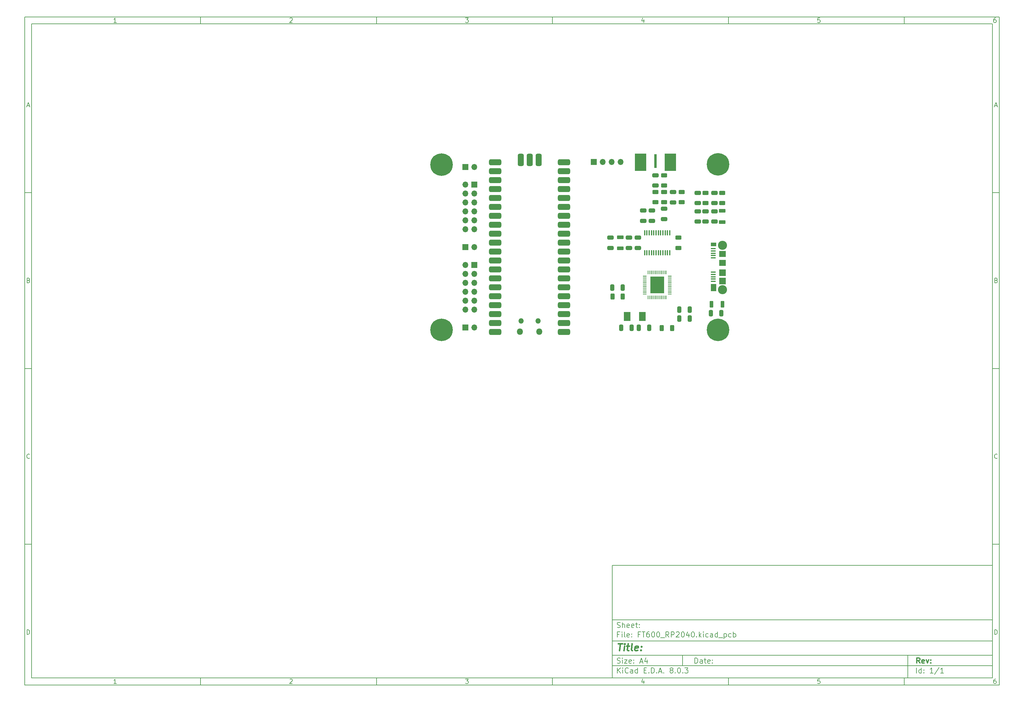
<source format=gbr>
%TF.GenerationSoftware,KiCad,Pcbnew,8.0.3-8.0.3-0~ubuntu22.04.1*%
%TF.CreationDate,2024-09-16T11:35:52+02:00*%
%TF.ProjectId,FT600_RP2040,46543630-305f-4525-9032-3034302e6b69,rev?*%
%TF.SameCoordinates,PX7735940PY61c06a0*%
%TF.FileFunction,Soldermask,Top*%
%TF.FilePolarity,Negative*%
%FSLAX46Y46*%
G04 Gerber Fmt 4.6, Leading zero omitted, Abs format (unit mm)*
G04 Created by KiCad (PCBNEW 8.0.3-8.0.3-0~ubuntu22.04.1) date 2024-09-16 11:35:52*
%MOMM*%
%LPD*%
G01*
G04 APERTURE LIST*
G04 Aperture macros list*
%AMRoundRect*
0 Rectangle with rounded corners*
0 $1 Rounding radius*
0 $2 $3 $4 $5 $6 $7 $8 $9 X,Y pos of 4 corners*
0 Add a 4 corners polygon primitive as box body*
4,1,4,$2,$3,$4,$5,$6,$7,$8,$9,$2,$3,0*
0 Add four circle primitives for the rounded corners*
1,1,$1+$1,$2,$3*
1,1,$1+$1,$4,$5*
1,1,$1+$1,$6,$7*
1,1,$1+$1,$8,$9*
0 Add four rect primitives between the rounded corners*
20,1,$1+$1,$2,$3,$4,$5,0*
20,1,$1+$1,$4,$5,$6,$7,0*
20,1,$1+$1,$6,$7,$8,$9,0*
20,1,$1+$1,$8,$9,$2,$3,0*%
G04 Aperture macros list end*
%ADD10C,0.100000*%
%ADD11C,0.150000*%
%ADD12C,0.300000*%
%ADD13C,0.400000*%
%ADD14RoundRect,0.250000X0.325000X0.650000X-0.325000X0.650000X-0.325000X-0.650000X0.325000X-0.650000X0*%
%ADD15R,1.350000X0.400000*%
%ADD16C,2.580000*%
%ADD17R,1.900000X1.900000*%
%ADD18R,1.900000X1.800000*%
%ADD19R,1.600000X1.000000*%
%ADD20R,1.600000X2.100000*%
%ADD21C,0.800000*%
%ADD22C,6.400000*%
%ADD23O,1.800000X1.800000*%
%ADD24O,1.500000X1.500000*%
%ADD25RoundRect,0.425000X1.325000X0.425000X-1.325000X0.425000X-1.325000X-0.425000X1.325000X-0.425000X0*%
%ADD26RoundRect,0.425000X-0.425000X1.325000X-0.425000X-1.325000X0.425000X-1.325000X0.425000X1.325000X0*%
%ADD27R,1.700000X1.700000*%
%ADD28O,1.700000X1.700000*%
%ADD29R,1.900000X2.600000*%
%ADD30RoundRect,0.250000X0.625000X-0.312500X0.625000X0.312500X-0.625000X0.312500X-0.625000X-0.312500X0*%
%ADD31RoundRect,0.250000X0.650000X-0.325000X0.650000X0.325000X-0.650000X0.325000X-0.650000X-0.325000X0*%
%ADD32R,0.700000X4.000000*%
%ADD33R,3.200000X4.900000*%
%ADD34RoundRect,0.250000X-0.275000X-0.700000X0.275000X-0.700000X0.275000X0.700000X-0.275000X0.700000X0*%
%ADD35RoundRect,0.250000X0.312500X0.625000X-0.312500X0.625000X-0.312500X-0.625000X0.312500X-0.625000X0*%
%ADD36RoundRect,0.250000X-0.325000X-0.650000X0.325000X-0.650000X0.325000X0.650000X-0.325000X0.650000X0*%
%ADD37RoundRect,0.100000X-0.100000X0.637500X-0.100000X-0.637500X0.100000X-0.637500X0.100000X0.637500X0*%
%ADD38RoundRect,0.250000X0.700000X-0.275000X0.700000X0.275000X-0.700000X0.275000X-0.700000X-0.275000X0*%
%ADD39RoundRect,0.250000X-0.625000X0.312500X-0.625000X-0.312500X0.625000X-0.312500X0.625000X0.312500X0*%
%ADD40RoundRect,0.250000X-0.650000X0.325000X-0.650000X-0.325000X0.650000X-0.325000X0.650000X0.325000X0*%
%ADD41RoundRect,0.050000X-0.450000X-0.050000X0.450000X-0.050000X0.450000X0.050000X-0.450000X0.050000X0*%
%ADD42RoundRect,0.050000X-0.050000X-0.450000X0.050000X-0.450000X0.050000X0.450000X-0.050000X0.450000X0*%
%ADD43R,3.900000X4.700000*%
%ADD44RoundRect,0.250000X-0.700000X0.275000X-0.700000X-0.275000X0.700000X-0.275000X0.700000X0.275000X0*%
G04 APERTURE END LIST*
D10*
D11*
X52002200Y-63507200D02*
X160002200Y-63507200D01*
X160002200Y-95507200D01*
X52002200Y-95507200D01*
X52002200Y-63507200D01*
D10*
D11*
X-115000000Y92500000D02*
X162002200Y92500000D01*
X162002200Y-97507200D01*
X-115000000Y-97507200D01*
X-115000000Y92500000D01*
D10*
D11*
X-113000000Y90500000D02*
X160002200Y90500000D01*
X160002200Y-95507200D01*
X-113000000Y-95507200D01*
X-113000000Y90500000D01*
D10*
D11*
X-65000000Y90500000D02*
X-65000000Y92500000D01*
D10*
D11*
X-15000000Y90500000D02*
X-15000000Y92500000D01*
D10*
D11*
X35000000Y90500000D02*
X35000000Y92500000D01*
D10*
D11*
X85000000Y90500000D02*
X85000000Y92500000D01*
D10*
D11*
X135000000Y90500000D02*
X135000000Y92500000D01*
D10*
D11*
X-88910840Y90906396D02*
X-89653697Y90906396D01*
X-89282269Y90906396D02*
X-89282269Y92206396D01*
X-89282269Y92206396D02*
X-89406078Y92020681D01*
X-89406078Y92020681D02*
X-89529888Y91896872D01*
X-89529888Y91896872D02*
X-89653697Y91834967D01*
D10*
D11*
X-39653697Y92082586D02*
X-39591793Y92144491D01*
X-39591793Y92144491D02*
X-39467983Y92206396D01*
X-39467983Y92206396D02*
X-39158459Y92206396D01*
X-39158459Y92206396D02*
X-39034650Y92144491D01*
X-39034650Y92144491D02*
X-38972745Y92082586D01*
X-38972745Y92082586D02*
X-38910840Y91958777D01*
X-38910840Y91958777D02*
X-38910840Y91834967D01*
X-38910840Y91834967D02*
X-38972745Y91649253D01*
X-38972745Y91649253D02*
X-39715602Y90906396D01*
X-39715602Y90906396D02*
X-38910840Y90906396D01*
D10*
D11*
X10284398Y92206396D02*
X11089160Y92206396D01*
X11089160Y92206396D02*
X10655826Y91711158D01*
X10655826Y91711158D02*
X10841541Y91711158D01*
X10841541Y91711158D02*
X10965350Y91649253D01*
X10965350Y91649253D02*
X11027255Y91587348D01*
X11027255Y91587348D02*
X11089160Y91463539D01*
X11089160Y91463539D02*
X11089160Y91154015D01*
X11089160Y91154015D02*
X11027255Y91030205D01*
X11027255Y91030205D02*
X10965350Y90968300D01*
X10965350Y90968300D02*
X10841541Y90906396D01*
X10841541Y90906396D02*
X10470112Y90906396D01*
X10470112Y90906396D02*
X10346303Y90968300D01*
X10346303Y90968300D02*
X10284398Y91030205D01*
D10*
D11*
X60965350Y91773062D02*
X60965350Y90906396D01*
X60655826Y92268300D02*
X60346303Y91339729D01*
X60346303Y91339729D02*
X61151064Y91339729D01*
D10*
D11*
X111027255Y92206396D02*
X110408207Y92206396D01*
X110408207Y92206396D02*
X110346303Y91587348D01*
X110346303Y91587348D02*
X110408207Y91649253D01*
X110408207Y91649253D02*
X110532017Y91711158D01*
X110532017Y91711158D02*
X110841541Y91711158D01*
X110841541Y91711158D02*
X110965350Y91649253D01*
X110965350Y91649253D02*
X111027255Y91587348D01*
X111027255Y91587348D02*
X111089160Y91463539D01*
X111089160Y91463539D02*
X111089160Y91154015D01*
X111089160Y91154015D02*
X111027255Y91030205D01*
X111027255Y91030205D02*
X110965350Y90968300D01*
X110965350Y90968300D02*
X110841541Y90906396D01*
X110841541Y90906396D02*
X110532017Y90906396D01*
X110532017Y90906396D02*
X110408207Y90968300D01*
X110408207Y90968300D02*
X110346303Y91030205D01*
D10*
D11*
X160965350Y92206396D02*
X160717731Y92206396D01*
X160717731Y92206396D02*
X160593922Y92144491D01*
X160593922Y92144491D02*
X160532017Y92082586D01*
X160532017Y92082586D02*
X160408207Y91896872D01*
X160408207Y91896872D02*
X160346303Y91649253D01*
X160346303Y91649253D02*
X160346303Y91154015D01*
X160346303Y91154015D02*
X160408207Y91030205D01*
X160408207Y91030205D02*
X160470112Y90968300D01*
X160470112Y90968300D02*
X160593922Y90906396D01*
X160593922Y90906396D02*
X160841541Y90906396D01*
X160841541Y90906396D02*
X160965350Y90968300D01*
X160965350Y90968300D02*
X161027255Y91030205D01*
X161027255Y91030205D02*
X161089160Y91154015D01*
X161089160Y91154015D02*
X161089160Y91463539D01*
X161089160Y91463539D02*
X161027255Y91587348D01*
X161027255Y91587348D02*
X160965350Y91649253D01*
X160965350Y91649253D02*
X160841541Y91711158D01*
X160841541Y91711158D02*
X160593922Y91711158D01*
X160593922Y91711158D02*
X160470112Y91649253D01*
X160470112Y91649253D02*
X160408207Y91587348D01*
X160408207Y91587348D02*
X160346303Y91463539D01*
D10*
D11*
X-65000000Y-95507200D02*
X-65000000Y-97507200D01*
D10*
D11*
X-15000000Y-95507200D02*
X-15000000Y-97507200D01*
D10*
D11*
X35000000Y-95507200D02*
X35000000Y-97507200D01*
D10*
D11*
X85000000Y-95507200D02*
X85000000Y-97507200D01*
D10*
D11*
X135000000Y-95507200D02*
X135000000Y-97507200D01*
D10*
D11*
X-88910840Y-97100804D02*
X-89653697Y-97100804D01*
X-89282269Y-97100804D02*
X-89282269Y-95800804D01*
X-89282269Y-95800804D02*
X-89406078Y-95986519D01*
X-89406078Y-95986519D02*
X-89529888Y-96110328D01*
X-89529888Y-96110328D02*
X-89653697Y-96172233D01*
D10*
D11*
X-39653697Y-95924614D02*
X-39591793Y-95862709D01*
X-39591793Y-95862709D02*
X-39467983Y-95800804D01*
X-39467983Y-95800804D02*
X-39158459Y-95800804D01*
X-39158459Y-95800804D02*
X-39034650Y-95862709D01*
X-39034650Y-95862709D02*
X-38972745Y-95924614D01*
X-38972745Y-95924614D02*
X-38910840Y-96048423D01*
X-38910840Y-96048423D02*
X-38910840Y-96172233D01*
X-38910840Y-96172233D02*
X-38972745Y-96357947D01*
X-38972745Y-96357947D02*
X-39715602Y-97100804D01*
X-39715602Y-97100804D02*
X-38910840Y-97100804D01*
D10*
D11*
X10284398Y-95800804D02*
X11089160Y-95800804D01*
X11089160Y-95800804D02*
X10655826Y-96296042D01*
X10655826Y-96296042D02*
X10841541Y-96296042D01*
X10841541Y-96296042D02*
X10965350Y-96357947D01*
X10965350Y-96357947D02*
X11027255Y-96419852D01*
X11027255Y-96419852D02*
X11089160Y-96543661D01*
X11089160Y-96543661D02*
X11089160Y-96853185D01*
X11089160Y-96853185D02*
X11027255Y-96976995D01*
X11027255Y-96976995D02*
X10965350Y-97038900D01*
X10965350Y-97038900D02*
X10841541Y-97100804D01*
X10841541Y-97100804D02*
X10470112Y-97100804D01*
X10470112Y-97100804D02*
X10346303Y-97038900D01*
X10346303Y-97038900D02*
X10284398Y-96976995D01*
D10*
D11*
X60965350Y-96234138D02*
X60965350Y-97100804D01*
X60655826Y-95738900D02*
X60346303Y-96667471D01*
X60346303Y-96667471D02*
X61151064Y-96667471D01*
D10*
D11*
X111027255Y-95800804D02*
X110408207Y-95800804D01*
X110408207Y-95800804D02*
X110346303Y-96419852D01*
X110346303Y-96419852D02*
X110408207Y-96357947D01*
X110408207Y-96357947D02*
X110532017Y-96296042D01*
X110532017Y-96296042D02*
X110841541Y-96296042D01*
X110841541Y-96296042D02*
X110965350Y-96357947D01*
X110965350Y-96357947D02*
X111027255Y-96419852D01*
X111027255Y-96419852D02*
X111089160Y-96543661D01*
X111089160Y-96543661D02*
X111089160Y-96853185D01*
X111089160Y-96853185D02*
X111027255Y-96976995D01*
X111027255Y-96976995D02*
X110965350Y-97038900D01*
X110965350Y-97038900D02*
X110841541Y-97100804D01*
X110841541Y-97100804D02*
X110532017Y-97100804D01*
X110532017Y-97100804D02*
X110408207Y-97038900D01*
X110408207Y-97038900D02*
X110346303Y-96976995D01*
D10*
D11*
X160965350Y-95800804D02*
X160717731Y-95800804D01*
X160717731Y-95800804D02*
X160593922Y-95862709D01*
X160593922Y-95862709D02*
X160532017Y-95924614D01*
X160532017Y-95924614D02*
X160408207Y-96110328D01*
X160408207Y-96110328D02*
X160346303Y-96357947D01*
X160346303Y-96357947D02*
X160346303Y-96853185D01*
X160346303Y-96853185D02*
X160408207Y-96976995D01*
X160408207Y-96976995D02*
X160470112Y-97038900D01*
X160470112Y-97038900D02*
X160593922Y-97100804D01*
X160593922Y-97100804D02*
X160841541Y-97100804D01*
X160841541Y-97100804D02*
X160965350Y-97038900D01*
X160965350Y-97038900D02*
X161027255Y-96976995D01*
X161027255Y-96976995D02*
X161089160Y-96853185D01*
X161089160Y-96853185D02*
X161089160Y-96543661D01*
X161089160Y-96543661D02*
X161027255Y-96419852D01*
X161027255Y-96419852D02*
X160965350Y-96357947D01*
X160965350Y-96357947D02*
X160841541Y-96296042D01*
X160841541Y-96296042D02*
X160593922Y-96296042D01*
X160593922Y-96296042D02*
X160470112Y-96357947D01*
X160470112Y-96357947D02*
X160408207Y-96419852D01*
X160408207Y-96419852D02*
X160346303Y-96543661D01*
D10*
D11*
X-115000000Y42500000D02*
X-113000000Y42500000D01*
D10*
D11*
X-115000000Y-7500000D02*
X-113000000Y-7500000D01*
D10*
D11*
X-115000000Y-57500000D02*
X-113000000Y-57500000D01*
D10*
D11*
X-114309524Y67277824D02*
X-113690477Y67277824D01*
X-114433334Y66906396D02*
X-114000001Y68206396D01*
X-114000001Y68206396D02*
X-113566667Y66906396D01*
D10*
D11*
X-113907143Y17587348D02*
X-113721429Y17525443D01*
X-113721429Y17525443D02*
X-113659524Y17463539D01*
X-113659524Y17463539D02*
X-113597620Y17339729D01*
X-113597620Y17339729D02*
X-113597620Y17154015D01*
X-113597620Y17154015D02*
X-113659524Y17030205D01*
X-113659524Y17030205D02*
X-113721429Y16968300D01*
X-113721429Y16968300D02*
X-113845239Y16906396D01*
X-113845239Y16906396D02*
X-114340477Y16906396D01*
X-114340477Y16906396D02*
X-114340477Y18206396D01*
X-114340477Y18206396D02*
X-113907143Y18206396D01*
X-113907143Y18206396D02*
X-113783334Y18144491D01*
X-113783334Y18144491D02*
X-113721429Y18082586D01*
X-113721429Y18082586D02*
X-113659524Y17958777D01*
X-113659524Y17958777D02*
X-113659524Y17834967D01*
X-113659524Y17834967D02*
X-113721429Y17711158D01*
X-113721429Y17711158D02*
X-113783334Y17649253D01*
X-113783334Y17649253D02*
X-113907143Y17587348D01*
X-113907143Y17587348D02*
X-114340477Y17587348D01*
D10*
D11*
X-113597620Y-32969795D02*
X-113659524Y-33031700D01*
X-113659524Y-33031700D02*
X-113845239Y-33093604D01*
X-113845239Y-33093604D02*
X-113969048Y-33093604D01*
X-113969048Y-33093604D02*
X-114154762Y-33031700D01*
X-114154762Y-33031700D02*
X-114278572Y-32907890D01*
X-114278572Y-32907890D02*
X-114340477Y-32784080D01*
X-114340477Y-32784080D02*
X-114402381Y-32536461D01*
X-114402381Y-32536461D02*
X-114402381Y-32350747D01*
X-114402381Y-32350747D02*
X-114340477Y-32103128D01*
X-114340477Y-32103128D02*
X-114278572Y-31979319D01*
X-114278572Y-31979319D02*
X-114154762Y-31855509D01*
X-114154762Y-31855509D02*
X-113969048Y-31793604D01*
X-113969048Y-31793604D02*
X-113845239Y-31793604D01*
X-113845239Y-31793604D02*
X-113659524Y-31855509D01*
X-113659524Y-31855509D02*
X-113597620Y-31917414D01*
D10*
D11*
X-114340477Y-83093604D02*
X-114340477Y-81793604D01*
X-114340477Y-81793604D02*
X-114030953Y-81793604D01*
X-114030953Y-81793604D02*
X-113845239Y-81855509D01*
X-113845239Y-81855509D02*
X-113721429Y-81979319D01*
X-113721429Y-81979319D02*
X-113659524Y-82103128D01*
X-113659524Y-82103128D02*
X-113597620Y-82350747D01*
X-113597620Y-82350747D02*
X-113597620Y-82536461D01*
X-113597620Y-82536461D02*
X-113659524Y-82784080D01*
X-113659524Y-82784080D02*
X-113721429Y-82907890D01*
X-113721429Y-82907890D02*
X-113845239Y-83031700D01*
X-113845239Y-83031700D02*
X-114030953Y-83093604D01*
X-114030953Y-83093604D02*
X-114340477Y-83093604D01*
D10*
D11*
X162002200Y42500000D02*
X160002200Y42500000D01*
D10*
D11*
X162002200Y-7500000D02*
X160002200Y-7500000D01*
D10*
D11*
X162002200Y-57500000D02*
X160002200Y-57500000D01*
D10*
D11*
X160692676Y67277824D02*
X161311723Y67277824D01*
X160568866Y66906396D02*
X161002199Y68206396D01*
X161002199Y68206396D02*
X161435533Y66906396D01*
D10*
D11*
X161095057Y17587348D02*
X161280771Y17525443D01*
X161280771Y17525443D02*
X161342676Y17463539D01*
X161342676Y17463539D02*
X161404580Y17339729D01*
X161404580Y17339729D02*
X161404580Y17154015D01*
X161404580Y17154015D02*
X161342676Y17030205D01*
X161342676Y17030205D02*
X161280771Y16968300D01*
X161280771Y16968300D02*
X161156961Y16906396D01*
X161156961Y16906396D02*
X160661723Y16906396D01*
X160661723Y16906396D02*
X160661723Y18206396D01*
X160661723Y18206396D02*
X161095057Y18206396D01*
X161095057Y18206396D02*
X161218866Y18144491D01*
X161218866Y18144491D02*
X161280771Y18082586D01*
X161280771Y18082586D02*
X161342676Y17958777D01*
X161342676Y17958777D02*
X161342676Y17834967D01*
X161342676Y17834967D02*
X161280771Y17711158D01*
X161280771Y17711158D02*
X161218866Y17649253D01*
X161218866Y17649253D02*
X161095057Y17587348D01*
X161095057Y17587348D02*
X160661723Y17587348D01*
D10*
D11*
X161404580Y-32969795D02*
X161342676Y-33031700D01*
X161342676Y-33031700D02*
X161156961Y-33093604D01*
X161156961Y-33093604D02*
X161033152Y-33093604D01*
X161033152Y-33093604D02*
X160847438Y-33031700D01*
X160847438Y-33031700D02*
X160723628Y-32907890D01*
X160723628Y-32907890D02*
X160661723Y-32784080D01*
X160661723Y-32784080D02*
X160599819Y-32536461D01*
X160599819Y-32536461D02*
X160599819Y-32350747D01*
X160599819Y-32350747D02*
X160661723Y-32103128D01*
X160661723Y-32103128D02*
X160723628Y-31979319D01*
X160723628Y-31979319D02*
X160847438Y-31855509D01*
X160847438Y-31855509D02*
X161033152Y-31793604D01*
X161033152Y-31793604D02*
X161156961Y-31793604D01*
X161156961Y-31793604D02*
X161342676Y-31855509D01*
X161342676Y-31855509D02*
X161404580Y-31917414D01*
D10*
D11*
X160661723Y-83093604D02*
X160661723Y-81793604D01*
X160661723Y-81793604D02*
X160971247Y-81793604D01*
X160971247Y-81793604D02*
X161156961Y-81855509D01*
X161156961Y-81855509D02*
X161280771Y-81979319D01*
X161280771Y-81979319D02*
X161342676Y-82103128D01*
X161342676Y-82103128D02*
X161404580Y-82350747D01*
X161404580Y-82350747D02*
X161404580Y-82536461D01*
X161404580Y-82536461D02*
X161342676Y-82784080D01*
X161342676Y-82784080D02*
X161280771Y-82907890D01*
X161280771Y-82907890D02*
X161156961Y-83031700D01*
X161156961Y-83031700D02*
X160971247Y-83093604D01*
X160971247Y-83093604D02*
X160661723Y-83093604D01*
D10*
D11*
X75458026Y-91293328D02*
X75458026Y-89793328D01*
X75458026Y-89793328D02*
X75815169Y-89793328D01*
X75815169Y-89793328D02*
X76029455Y-89864757D01*
X76029455Y-89864757D02*
X76172312Y-90007614D01*
X76172312Y-90007614D02*
X76243741Y-90150471D01*
X76243741Y-90150471D02*
X76315169Y-90436185D01*
X76315169Y-90436185D02*
X76315169Y-90650471D01*
X76315169Y-90650471D02*
X76243741Y-90936185D01*
X76243741Y-90936185D02*
X76172312Y-91079042D01*
X76172312Y-91079042D02*
X76029455Y-91221900D01*
X76029455Y-91221900D02*
X75815169Y-91293328D01*
X75815169Y-91293328D02*
X75458026Y-91293328D01*
X77600884Y-91293328D02*
X77600884Y-90507614D01*
X77600884Y-90507614D02*
X77529455Y-90364757D01*
X77529455Y-90364757D02*
X77386598Y-90293328D01*
X77386598Y-90293328D02*
X77100884Y-90293328D01*
X77100884Y-90293328D02*
X76958026Y-90364757D01*
X77600884Y-91221900D02*
X77458026Y-91293328D01*
X77458026Y-91293328D02*
X77100884Y-91293328D01*
X77100884Y-91293328D02*
X76958026Y-91221900D01*
X76958026Y-91221900D02*
X76886598Y-91079042D01*
X76886598Y-91079042D02*
X76886598Y-90936185D01*
X76886598Y-90936185D02*
X76958026Y-90793328D01*
X76958026Y-90793328D02*
X77100884Y-90721900D01*
X77100884Y-90721900D02*
X77458026Y-90721900D01*
X77458026Y-90721900D02*
X77600884Y-90650471D01*
X78100884Y-90293328D02*
X78672312Y-90293328D01*
X78315169Y-89793328D02*
X78315169Y-91079042D01*
X78315169Y-91079042D02*
X78386598Y-91221900D01*
X78386598Y-91221900D02*
X78529455Y-91293328D01*
X78529455Y-91293328D02*
X78672312Y-91293328D01*
X79743741Y-91221900D02*
X79600884Y-91293328D01*
X79600884Y-91293328D02*
X79315170Y-91293328D01*
X79315170Y-91293328D02*
X79172312Y-91221900D01*
X79172312Y-91221900D02*
X79100884Y-91079042D01*
X79100884Y-91079042D02*
X79100884Y-90507614D01*
X79100884Y-90507614D02*
X79172312Y-90364757D01*
X79172312Y-90364757D02*
X79315170Y-90293328D01*
X79315170Y-90293328D02*
X79600884Y-90293328D01*
X79600884Y-90293328D02*
X79743741Y-90364757D01*
X79743741Y-90364757D02*
X79815170Y-90507614D01*
X79815170Y-90507614D02*
X79815170Y-90650471D01*
X79815170Y-90650471D02*
X79100884Y-90793328D01*
X80458026Y-91150471D02*
X80529455Y-91221900D01*
X80529455Y-91221900D02*
X80458026Y-91293328D01*
X80458026Y-91293328D02*
X80386598Y-91221900D01*
X80386598Y-91221900D02*
X80458026Y-91150471D01*
X80458026Y-91150471D02*
X80458026Y-91293328D01*
X80458026Y-90364757D02*
X80529455Y-90436185D01*
X80529455Y-90436185D02*
X80458026Y-90507614D01*
X80458026Y-90507614D02*
X80386598Y-90436185D01*
X80386598Y-90436185D02*
X80458026Y-90364757D01*
X80458026Y-90364757D02*
X80458026Y-90507614D01*
D10*
D11*
X52002200Y-92007200D02*
X160002200Y-92007200D01*
D10*
D11*
X53458026Y-94093328D02*
X53458026Y-92593328D01*
X54315169Y-94093328D02*
X53672312Y-93236185D01*
X54315169Y-92593328D02*
X53458026Y-93450471D01*
X54958026Y-94093328D02*
X54958026Y-93093328D01*
X54958026Y-92593328D02*
X54886598Y-92664757D01*
X54886598Y-92664757D02*
X54958026Y-92736185D01*
X54958026Y-92736185D02*
X55029455Y-92664757D01*
X55029455Y-92664757D02*
X54958026Y-92593328D01*
X54958026Y-92593328D02*
X54958026Y-92736185D01*
X56529455Y-93950471D02*
X56458027Y-94021900D01*
X56458027Y-94021900D02*
X56243741Y-94093328D01*
X56243741Y-94093328D02*
X56100884Y-94093328D01*
X56100884Y-94093328D02*
X55886598Y-94021900D01*
X55886598Y-94021900D02*
X55743741Y-93879042D01*
X55743741Y-93879042D02*
X55672312Y-93736185D01*
X55672312Y-93736185D02*
X55600884Y-93450471D01*
X55600884Y-93450471D02*
X55600884Y-93236185D01*
X55600884Y-93236185D02*
X55672312Y-92950471D01*
X55672312Y-92950471D02*
X55743741Y-92807614D01*
X55743741Y-92807614D02*
X55886598Y-92664757D01*
X55886598Y-92664757D02*
X56100884Y-92593328D01*
X56100884Y-92593328D02*
X56243741Y-92593328D01*
X56243741Y-92593328D02*
X56458027Y-92664757D01*
X56458027Y-92664757D02*
X56529455Y-92736185D01*
X57815170Y-94093328D02*
X57815170Y-93307614D01*
X57815170Y-93307614D02*
X57743741Y-93164757D01*
X57743741Y-93164757D02*
X57600884Y-93093328D01*
X57600884Y-93093328D02*
X57315170Y-93093328D01*
X57315170Y-93093328D02*
X57172312Y-93164757D01*
X57815170Y-94021900D02*
X57672312Y-94093328D01*
X57672312Y-94093328D02*
X57315170Y-94093328D01*
X57315170Y-94093328D02*
X57172312Y-94021900D01*
X57172312Y-94021900D02*
X57100884Y-93879042D01*
X57100884Y-93879042D02*
X57100884Y-93736185D01*
X57100884Y-93736185D02*
X57172312Y-93593328D01*
X57172312Y-93593328D02*
X57315170Y-93521900D01*
X57315170Y-93521900D02*
X57672312Y-93521900D01*
X57672312Y-93521900D02*
X57815170Y-93450471D01*
X59172313Y-94093328D02*
X59172313Y-92593328D01*
X59172313Y-94021900D02*
X59029455Y-94093328D01*
X59029455Y-94093328D02*
X58743741Y-94093328D01*
X58743741Y-94093328D02*
X58600884Y-94021900D01*
X58600884Y-94021900D02*
X58529455Y-93950471D01*
X58529455Y-93950471D02*
X58458027Y-93807614D01*
X58458027Y-93807614D02*
X58458027Y-93379042D01*
X58458027Y-93379042D02*
X58529455Y-93236185D01*
X58529455Y-93236185D02*
X58600884Y-93164757D01*
X58600884Y-93164757D02*
X58743741Y-93093328D01*
X58743741Y-93093328D02*
X59029455Y-93093328D01*
X59029455Y-93093328D02*
X59172313Y-93164757D01*
X61029455Y-93307614D02*
X61529455Y-93307614D01*
X61743741Y-94093328D02*
X61029455Y-94093328D01*
X61029455Y-94093328D02*
X61029455Y-92593328D01*
X61029455Y-92593328D02*
X61743741Y-92593328D01*
X62386598Y-93950471D02*
X62458027Y-94021900D01*
X62458027Y-94021900D02*
X62386598Y-94093328D01*
X62386598Y-94093328D02*
X62315170Y-94021900D01*
X62315170Y-94021900D02*
X62386598Y-93950471D01*
X62386598Y-93950471D02*
X62386598Y-94093328D01*
X63100884Y-94093328D02*
X63100884Y-92593328D01*
X63100884Y-92593328D02*
X63458027Y-92593328D01*
X63458027Y-92593328D02*
X63672313Y-92664757D01*
X63672313Y-92664757D02*
X63815170Y-92807614D01*
X63815170Y-92807614D02*
X63886599Y-92950471D01*
X63886599Y-92950471D02*
X63958027Y-93236185D01*
X63958027Y-93236185D02*
X63958027Y-93450471D01*
X63958027Y-93450471D02*
X63886599Y-93736185D01*
X63886599Y-93736185D02*
X63815170Y-93879042D01*
X63815170Y-93879042D02*
X63672313Y-94021900D01*
X63672313Y-94021900D02*
X63458027Y-94093328D01*
X63458027Y-94093328D02*
X63100884Y-94093328D01*
X64600884Y-93950471D02*
X64672313Y-94021900D01*
X64672313Y-94021900D02*
X64600884Y-94093328D01*
X64600884Y-94093328D02*
X64529456Y-94021900D01*
X64529456Y-94021900D02*
X64600884Y-93950471D01*
X64600884Y-93950471D02*
X64600884Y-94093328D01*
X65243742Y-93664757D02*
X65958028Y-93664757D01*
X65100885Y-94093328D02*
X65600885Y-92593328D01*
X65600885Y-92593328D02*
X66100885Y-94093328D01*
X66600884Y-93950471D02*
X66672313Y-94021900D01*
X66672313Y-94021900D02*
X66600884Y-94093328D01*
X66600884Y-94093328D02*
X66529456Y-94021900D01*
X66529456Y-94021900D02*
X66600884Y-93950471D01*
X66600884Y-93950471D02*
X66600884Y-94093328D01*
X68672313Y-93236185D02*
X68529456Y-93164757D01*
X68529456Y-93164757D02*
X68458027Y-93093328D01*
X68458027Y-93093328D02*
X68386599Y-92950471D01*
X68386599Y-92950471D02*
X68386599Y-92879042D01*
X68386599Y-92879042D02*
X68458027Y-92736185D01*
X68458027Y-92736185D02*
X68529456Y-92664757D01*
X68529456Y-92664757D02*
X68672313Y-92593328D01*
X68672313Y-92593328D02*
X68958027Y-92593328D01*
X68958027Y-92593328D02*
X69100885Y-92664757D01*
X69100885Y-92664757D02*
X69172313Y-92736185D01*
X69172313Y-92736185D02*
X69243742Y-92879042D01*
X69243742Y-92879042D02*
X69243742Y-92950471D01*
X69243742Y-92950471D02*
X69172313Y-93093328D01*
X69172313Y-93093328D02*
X69100885Y-93164757D01*
X69100885Y-93164757D02*
X68958027Y-93236185D01*
X68958027Y-93236185D02*
X68672313Y-93236185D01*
X68672313Y-93236185D02*
X68529456Y-93307614D01*
X68529456Y-93307614D02*
X68458027Y-93379042D01*
X68458027Y-93379042D02*
X68386599Y-93521900D01*
X68386599Y-93521900D02*
X68386599Y-93807614D01*
X68386599Y-93807614D02*
X68458027Y-93950471D01*
X68458027Y-93950471D02*
X68529456Y-94021900D01*
X68529456Y-94021900D02*
X68672313Y-94093328D01*
X68672313Y-94093328D02*
X68958027Y-94093328D01*
X68958027Y-94093328D02*
X69100885Y-94021900D01*
X69100885Y-94021900D02*
X69172313Y-93950471D01*
X69172313Y-93950471D02*
X69243742Y-93807614D01*
X69243742Y-93807614D02*
X69243742Y-93521900D01*
X69243742Y-93521900D02*
X69172313Y-93379042D01*
X69172313Y-93379042D02*
X69100885Y-93307614D01*
X69100885Y-93307614D02*
X68958027Y-93236185D01*
X69886598Y-93950471D02*
X69958027Y-94021900D01*
X69958027Y-94021900D02*
X69886598Y-94093328D01*
X69886598Y-94093328D02*
X69815170Y-94021900D01*
X69815170Y-94021900D02*
X69886598Y-93950471D01*
X69886598Y-93950471D02*
X69886598Y-94093328D01*
X70886599Y-92593328D02*
X71029456Y-92593328D01*
X71029456Y-92593328D02*
X71172313Y-92664757D01*
X71172313Y-92664757D02*
X71243742Y-92736185D01*
X71243742Y-92736185D02*
X71315170Y-92879042D01*
X71315170Y-92879042D02*
X71386599Y-93164757D01*
X71386599Y-93164757D02*
X71386599Y-93521900D01*
X71386599Y-93521900D02*
X71315170Y-93807614D01*
X71315170Y-93807614D02*
X71243742Y-93950471D01*
X71243742Y-93950471D02*
X71172313Y-94021900D01*
X71172313Y-94021900D02*
X71029456Y-94093328D01*
X71029456Y-94093328D02*
X70886599Y-94093328D01*
X70886599Y-94093328D02*
X70743742Y-94021900D01*
X70743742Y-94021900D02*
X70672313Y-93950471D01*
X70672313Y-93950471D02*
X70600884Y-93807614D01*
X70600884Y-93807614D02*
X70529456Y-93521900D01*
X70529456Y-93521900D02*
X70529456Y-93164757D01*
X70529456Y-93164757D02*
X70600884Y-92879042D01*
X70600884Y-92879042D02*
X70672313Y-92736185D01*
X70672313Y-92736185D02*
X70743742Y-92664757D01*
X70743742Y-92664757D02*
X70886599Y-92593328D01*
X72029455Y-93950471D02*
X72100884Y-94021900D01*
X72100884Y-94021900D02*
X72029455Y-94093328D01*
X72029455Y-94093328D02*
X71958027Y-94021900D01*
X71958027Y-94021900D02*
X72029455Y-93950471D01*
X72029455Y-93950471D02*
X72029455Y-94093328D01*
X72600884Y-92593328D02*
X73529456Y-92593328D01*
X73529456Y-92593328D02*
X73029456Y-93164757D01*
X73029456Y-93164757D02*
X73243741Y-93164757D01*
X73243741Y-93164757D02*
X73386599Y-93236185D01*
X73386599Y-93236185D02*
X73458027Y-93307614D01*
X73458027Y-93307614D02*
X73529456Y-93450471D01*
X73529456Y-93450471D02*
X73529456Y-93807614D01*
X73529456Y-93807614D02*
X73458027Y-93950471D01*
X73458027Y-93950471D02*
X73386599Y-94021900D01*
X73386599Y-94021900D02*
X73243741Y-94093328D01*
X73243741Y-94093328D02*
X72815170Y-94093328D01*
X72815170Y-94093328D02*
X72672313Y-94021900D01*
X72672313Y-94021900D02*
X72600884Y-93950471D01*
D10*
D11*
X52002200Y-89007200D02*
X160002200Y-89007200D01*
D10*
D12*
X139413853Y-91285528D02*
X138913853Y-90571242D01*
X138556710Y-91285528D02*
X138556710Y-89785528D01*
X138556710Y-89785528D02*
X139128139Y-89785528D01*
X139128139Y-89785528D02*
X139270996Y-89856957D01*
X139270996Y-89856957D02*
X139342425Y-89928385D01*
X139342425Y-89928385D02*
X139413853Y-90071242D01*
X139413853Y-90071242D02*
X139413853Y-90285528D01*
X139413853Y-90285528D02*
X139342425Y-90428385D01*
X139342425Y-90428385D02*
X139270996Y-90499814D01*
X139270996Y-90499814D02*
X139128139Y-90571242D01*
X139128139Y-90571242D02*
X138556710Y-90571242D01*
X140628139Y-91214100D02*
X140485282Y-91285528D01*
X140485282Y-91285528D02*
X140199568Y-91285528D01*
X140199568Y-91285528D02*
X140056710Y-91214100D01*
X140056710Y-91214100D02*
X139985282Y-91071242D01*
X139985282Y-91071242D02*
X139985282Y-90499814D01*
X139985282Y-90499814D02*
X140056710Y-90356957D01*
X140056710Y-90356957D02*
X140199568Y-90285528D01*
X140199568Y-90285528D02*
X140485282Y-90285528D01*
X140485282Y-90285528D02*
X140628139Y-90356957D01*
X140628139Y-90356957D02*
X140699568Y-90499814D01*
X140699568Y-90499814D02*
X140699568Y-90642671D01*
X140699568Y-90642671D02*
X139985282Y-90785528D01*
X141199567Y-90285528D02*
X141556710Y-91285528D01*
X141556710Y-91285528D02*
X141913853Y-90285528D01*
X142485281Y-91142671D02*
X142556710Y-91214100D01*
X142556710Y-91214100D02*
X142485281Y-91285528D01*
X142485281Y-91285528D02*
X142413853Y-91214100D01*
X142413853Y-91214100D02*
X142485281Y-91142671D01*
X142485281Y-91142671D02*
X142485281Y-91285528D01*
X142485281Y-90356957D02*
X142556710Y-90428385D01*
X142556710Y-90428385D02*
X142485281Y-90499814D01*
X142485281Y-90499814D02*
X142413853Y-90428385D01*
X142413853Y-90428385D02*
X142485281Y-90356957D01*
X142485281Y-90356957D02*
X142485281Y-90499814D01*
D10*
D11*
X53386598Y-91221900D02*
X53600884Y-91293328D01*
X53600884Y-91293328D02*
X53958026Y-91293328D01*
X53958026Y-91293328D02*
X54100884Y-91221900D01*
X54100884Y-91221900D02*
X54172312Y-91150471D01*
X54172312Y-91150471D02*
X54243741Y-91007614D01*
X54243741Y-91007614D02*
X54243741Y-90864757D01*
X54243741Y-90864757D02*
X54172312Y-90721900D01*
X54172312Y-90721900D02*
X54100884Y-90650471D01*
X54100884Y-90650471D02*
X53958026Y-90579042D01*
X53958026Y-90579042D02*
X53672312Y-90507614D01*
X53672312Y-90507614D02*
X53529455Y-90436185D01*
X53529455Y-90436185D02*
X53458026Y-90364757D01*
X53458026Y-90364757D02*
X53386598Y-90221900D01*
X53386598Y-90221900D02*
X53386598Y-90079042D01*
X53386598Y-90079042D02*
X53458026Y-89936185D01*
X53458026Y-89936185D02*
X53529455Y-89864757D01*
X53529455Y-89864757D02*
X53672312Y-89793328D01*
X53672312Y-89793328D02*
X54029455Y-89793328D01*
X54029455Y-89793328D02*
X54243741Y-89864757D01*
X54886597Y-91293328D02*
X54886597Y-90293328D01*
X54886597Y-89793328D02*
X54815169Y-89864757D01*
X54815169Y-89864757D02*
X54886597Y-89936185D01*
X54886597Y-89936185D02*
X54958026Y-89864757D01*
X54958026Y-89864757D02*
X54886597Y-89793328D01*
X54886597Y-89793328D02*
X54886597Y-89936185D01*
X55458026Y-90293328D02*
X56243741Y-90293328D01*
X56243741Y-90293328D02*
X55458026Y-91293328D01*
X55458026Y-91293328D02*
X56243741Y-91293328D01*
X57386598Y-91221900D02*
X57243741Y-91293328D01*
X57243741Y-91293328D02*
X56958027Y-91293328D01*
X56958027Y-91293328D02*
X56815169Y-91221900D01*
X56815169Y-91221900D02*
X56743741Y-91079042D01*
X56743741Y-91079042D02*
X56743741Y-90507614D01*
X56743741Y-90507614D02*
X56815169Y-90364757D01*
X56815169Y-90364757D02*
X56958027Y-90293328D01*
X56958027Y-90293328D02*
X57243741Y-90293328D01*
X57243741Y-90293328D02*
X57386598Y-90364757D01*
X57386598Y-90364757D02*
X57458027Y-90507614D01*
X57458027Y-90507614D02*
X57458027Y-90650471D01*
X57458027Y-90650471D02*
X56743741Y-90793328D01*
X58100883Y-91150471D02*
X58172312Y-91221900D01*
X58172312Y-91221900D02*
X58100883Y-91293328D01*
X58100883Y-91293328D02*
X58029455Y-91221900D01*
X58029455Y-91221900D02*
X58100883Y-91150471D01*
X58100883Y-91150471D02*
X58100883Y-91293328D01*
X58100883Y-90364757D02*
X58172312Y-90436185D01*
X58172312Y-90436185D02*
X58100883Y-90507614D01*
X58100883Y-90507614D02*
X58029455Y-90436185D01*
X58029455Y-90436185D02*
X58100883Y-90364757D01*
X58100883Y-90364757D02*
X58100883Y-90507614D01*
X59886598Y-90864757D02*
X60600884Y-90864757D01*
X59743741Y-91293328D02*
X60243741Y-89793328D01*
X60243741Y-89793328D02*
X60743741Y-91293328D01*
X61886598Y-90293328D02*
X61886598Y-91293328D01*
X61529455Y-89721900D02*
X61172312Y-90793328D01*
X61172312Y-90793328D02*
X62100883Y-90793328D01*
D10*
D11*
X138458026Y-94093328D02*
X138458026Y-92593328D01*
X139815170Y-94093328D02*
X139815170Y-92593328D01*
X139815170Y-94021900D02*
X139672312Y-94093328D01*
X139672312Y-94093328D02*
X139386598Y-94093328D01*
X139386598Y-94093328D02*
X139243741Y-94021900D01*
X139243741Y-94021900D02*
X139172312Y-93950471D01*
X139172312Y-93950471D02*
X139100884Y-93807614D01*
X139100884Y-93807614D02*
X139100884Y-93379042D01*
X139100884Y-93379042D02*
X139172312Y-93236185D01*
X139172312Y-93236185D02*
X139243741Y-93164757D01*
X139243741Y-93164757D02*
X139386598Y-93093328D01*
X139386598Y-93093328D02*
X139672312Y-93093328D01*
X139672312Y-93093328D02*
X139815170Y-93164757D01*
X140529455Y-93950471D02*
X140600884Y-94021900D01*
X140600884Y-94021900D02*
X140529455Y-94093328D01*
X140529455Y-94093328D02*
X140458027Y-94021900D01*
X140458027Y-94021900D02*
X140529455Y-93950471D01*
X140529455Y-93950471D02*
X140529455Y-94093328D01*
X140529455Y-93164757D02*
X140600884Y-93236185D01*
X140600884Y-93236185D02*
X140529455Y-93307614D01*
X140529455Y-93307614D02*
X140458027Y-93236185D01*
X140458027Y-93236185D02*
X140529455Y-93164757D01*
X140529455Y-93164757D02*
X140529455Y-93307614D01*
X143172313Y-94093328D02*
X142315170Y-94093328D01*
X142743741Y-94093328D02*
X142743741Y-92593328D01*
X142743741Y-92593328D02*
X142600884Y-92807614D01*
X142600884Y-92807614D02*
X142458027Y-92950471D01*
X142458027Y-92950471D02*
X142315170Y-93021900D01*
X144886598Y-92521900D02*
X143600884Y-94450471D01*
X146172313Y-94093328D02*
X145315170Y-94093328D01*
X145743741Y-94093328D02*
X145743741Y-92593328D01*
X145743741Y-92593328D02*
X145600884Y-92807614D01*
X145600884Y-92807614D02*
X145458027Y-92950471D01*
X145458027Y-92950471D02*
X145315170Y-93021900D01*
D10*
D11*
X52002200Y-85007200D02*
X160002200Y-85007200D01*
D10*
D13*
X53693928Y-85711638D02*
X54836785Y-85711638D01*
X54015357Y-87711638D02*
X54265357Y-85711638D01*
X55253452Y-87711638D02*
X55420119Y-86378304D01*
X55503452Y-85711638D02*
X55396309Y-85806876D01*
X55396309Y-85806876D02*
X55479643Y-85902114D01*
X55479643Y-85902114D02*
X55586786Y-85806876D01*
X55586786Y-85806876D02*
X55503452Y-85711638D01*
X55503452Y-85711638D02*
X55479643Y-85902114D01*
X56086786Y-86378304D02*
X56848690Y-86378304D01*
X56455833Y-85711638D02*
X56241548Y-87425923D01*
X56241548Y-87425923D02*
X56312976Y-87616400D01*
X56312976Y-87616400D02*
X56491548Y-87711638D01*
X56491548Y-87711638D02*
X56682024Y-87711638D01*
X57634405Y-87711638D02*
X57455833Y-87616400D01*
X57455833Y-87616400D02*
X57384405Y-87425923D01*
X57384405Y-87425923D02*
X57598690Y-85711638D01*
X59170119Y-87616400D02*
X58967738Y-87711638D01*
X58967738Y-87711638D02*
X58586785Y-87711638D01*
X58586785Y-87711638D02*
X58408214Y-87616400D01*
X58408214Y-87616400D02*
X58336785Y-87425923D01*
X58336785Y-87425923D02*
X58432024Y-86664019D01*
X58432024Y-86664019D02*
X58551071Y-86473542D01*
X58551071Y-86473542D02*
X58753452Y-86378304D01*
X58753452Y-86378304D02*
X59134404Y-86378304D01*
X59134404Y-86378304D02*
X59312976Y-86473542D01*
X59312976Y-86473542D02*
X59384404Y-86664019D01*
X59384404Y-86664019D02*
X59360595Y-86854495D01*
X59360595Y-86854495D02*
X58384404Y-87044971D01*
X60134405Y-87521161D02*
X60217738Y-87616400D01*
X60217738Y-87616400D02*
X60110595Y-87711638D01*
X60110595Y-87711638D02*
X60027262Y-87616400D01*
X60027262Y-87616400D02*
X60134405Y-87521161D01*
X60134405Y-87521161D02*
X60110595Y-87711638D01*
X60265357Y-86473542D02*
X60348690Y-86568780D01*
X60348690Y-86568780D02*
X60241548Y-86664019D01*
X60241548Y-86664019D02*
X60158214Y-86568780D01*
X60158214Y-86568780D02*
X60265357Y-86473542D01*
X60265357Y-86473542D02*
X60241548Y-86664019D01*
D10*
D11*
X53958026Y-83107614D02*
X53458026Y-83107614D01*
X53458026Y-83893328D02*
X53458026Y-82393328D01*
X53458026Y-82393328D02*
X54172312Y-82393328D01*
X54743740Y-83893328D02*
X54743740Y-82893328D01*
X54743740Y-82393328D02*
X54672312Y-82464757D01*
X54672312Y-82464757D02*
X54743740Y-82536185D01*
X54743740Y-82536185D02*
X54815169Y-82464757D01*
X54815169Y-82464757D02*
X54743740Y-82393328D01*
X54743740Y-82393328D02*
X54743740Y-82536185D01*
X55672312Y-83893328D02*
X55529455Y-83821900D01*
X55529455Y-83821900D02*
X55458026Y-83679042D01*
X55458026Y-83679042D02*
X55458026Y-82393328D01*
X56815169Y-83821900D02*
X56672312Y-83893328D01*
X56672312Y-83893328D02*
X56386598Y-83893328D01*
X56386598Y-83893328D02*
X56243740Y-83821900D01*
X56243740Y-83821900D02*
X56172312Y-83679042D01*
X56172312Y-83679042D02*
X56172312Y-83107614D01*
X56172312Y-83107614D02*
X56243740Y-82964757D01*
X56243740Y-82964757D02*
X56386598Y-82893328D01*
X56386598Y-82893328D02*
X56672312Y-82893328D01*
X56672312Y-82893328D02*
X56815169Y-82964757D01*
X56815169Y-82964757D02*
X56886598Y-83107614D01*
X56886598Y-83107614D02*
X56886598Y-83250471D01*
X56886598Y-83250471D02*
X56172312Y-83393328D01*
X57529454Y-83750471D02*
X57600883Y-83821900D01*
X57600883Y-83821900D02*
X57529454Y-83893328D01*
X57529454Y-83893328D02*
X57458026Y-83821900D01*
X57458026Y-83821900D02*
X57529454Y-83750471D01*
X57529454Y-83750471D02*
X57529454Y-83893328D01*
X57529454Y-82964757D02*
X57600883Y-83036185D01*
X57600883Y-83036185D02*
X57529454Y-83107614D01*
X57529454Y-83107614D02*
X57458026Y-83036185D01*
X57458026Y-83036185D02*
X57529454Y-82964757D01*
X57529454Y-82964757D02*
X57529454Y-83107614D01*
X59886597Y-83107614D02*
X59386597Y-83107614D01*
X59386597Y-83893328D02*
X59386597Y-82393328D01*
X59386597Y-82393328D02*
X60100883Y-82393328D01*
X60458026Y-82393328D02*
X61315169Y-82393328D01*
X60886597Y-83893328D02*
X60886597Y-82393328D01*
X62458026Y-82393328D02*
X62172311Y-82393328D01*
X62172311Y-82393328D02*
X62029454Y-82464757D01*
X62029454Y-82464757D02*
X61958026Y-82536185D01*
X61958026Y-82536185D02*
X61815168Y-82750471D01*
X61815168Y-82750471D02*
X61743740Y-83036185D01*
X61743740Y-83036185D02*
X61743740Y-83607614D01*
X61743740Y-83607614D02*
X61815168Y-83750471D01*
X61815168Y-83750471D02*
X61886597Y-83821900D01*
X61886597Y-83821900D02*
X62029454Y-83893328D01*
X62029454Y-83893328D02*
X62315168Y-83893328D01*
X62315168Y-83893328D02*
X62458026Y-83821900D01*
X62458026Y-83821900D02*
X62529454Y-83750471D01*
X62529454Y-83750471D02*
X62600883Y-83607614D01*
X62600883Y-83607614D02*
X62600883Y-83250471D01*
X62600883Y-83250471D02*
X62529454Y-83107614D01*
X62529454Y-83107614D02*
X62458026Y-83036185D01*
X62458026Y-83036185D02*
X62315168Y-82964757D01*
X62315168Y-82964757D02*
X62029454Y-82964757D01*
X62029454Y-82964757D02*
X61886597Y-83036185D01*
X61886597Y-83036185D02*
X61815168Y-83107614D01*
X61815168Y-83107614D02*
X61743740Y-83250471D01*
X63529454Y-82393328D02*
X63672311Y-82393328D01*
X63672311Y-82393328D02*
X63815168Y-82464757D01*
X63815168Y-82464757D02*
X63886597Y-82536185D01*
X63886597Y-82536185D02*
X63958025Y-82679042D01*
X63958025Y-82679042D02*
X64029454Y-82964757D01*
X64029454Y-82964757D02*
X64029454Y-83321900D01*
X64029454Y-83321900D02*
X63958025Y-83607614D01*
X63958025Y-83607614D02*
X63886597Y-83750471D01*
X63886597Y-83750471D02*
X63815168Y-83821900D01*
X63815168Y-83821900D02*
X63672311Y-83893328D01*
X63672311Y-83893328D02*
X63529454Y-83893328D01*
X63529454Y-83893328D02*
X63386597Y-83821900D01*
X63386597Y-83821900D02*
X63315168Y-83750471D01*
X63315168Y-83750471D02*
X63243739Y-83607614D01*
X63243739Y-83607614D02*
X63172311Y-83321900D01*
X63172311Y-83321900D02*
X63172311Y-82964757D01*
X63172311Y-82964757D02*
X63243739Y-82679042D01*
X63243739Y-82679042D02*
X63315168Y-82536185D01*
X63315168Y-82536185D02*
X63386597Y-82464757D01*
X63386597Y-82464757D02*
X63529454Y-82393328D01*
X64958025Y-82393328D02*
X65100882Y-82393328D01*
X65100882Y-82393328D02*
X65243739Y-82464757D01*
X65243739Y-82464757D02*
X65315168Y-82536185D01*
X65315168Y-82536185D02*
X65386596Y-82679042D01*
X65386596Y-82679042D02*
X65458025Y-82964757D01*
X65458025Y-82964757D02*
X65458025Y-83321900D01*
X65458025Y-83321900D02*
X65386596Y-83607614D01*
X65386596Y-83607614D02*
X65315168Y-83750471D01*
X65315168Y-83750471D02*
X65243739Y-83821900D01*
X65243739Y-83821900D02*
X65100882Y-83893328D01*
X65100882Y-83893328D02*
X64958025Y-83893328D01*
X64958025Y-83893328D02*
X64815168Y-83821900D01*
X64815168Y-83821900D02*
X64743739Y-83750471D01*
X64743739Y-83750471D02*
X64672310Y-83607614D01*
X64672310Y-83607614D02*
X64600882Y-83321900D01*
X64600882Y-83321900D02*
X64600882Y-82964757D01*
X64600882Y-82964757D02*
X64672310Y-82679042D01*
X64672310Y-82679042D02*
X64743739Y-82536185D01*
X64743739Y-82536185D02*
X64815168Y-82464757D01*
X64815168Y-82464757D02*
X64958025Y-82393328D01*
X65743739Y-84036185D02*
X66886596Y-84036185D01*
X68100881Y-83893328D02*
X67600881Y-83179042D01*
X67243738Y-83893328D02*
X67243738Y-82393328D01*
X67243738Y-82393328D02*
X67815167Y-82393328D01*
X67815167Y-82393328D02*
X67958024Y-82464757D01*
X67958024Y-82464757D02*
X68029453Y-82536185D01*
X68029453Y-82536185D02*
X68100881Y-82679042D01*
X68100881Y-82679042D02*
X68100881Y-82893328D01*
X68100881Y-82893328D02*
X68029453Y-83036185D01*
X68029453Y-83036185D02*
X67958024Y-83107614D01*
X67958024Y-83107614D02*
X67815167Y-83179042D01*
X67815167Y-83179042D02*
X67243738Y-83179042D01*
X68743738Y-83893328D02*
X68743738Y-82393328D01*
X68743738Y-82393328D02*
X69315167Y-82393328D01*
X69315167Y-82393328D02*
X69458024Y-82464757D01*
X69458024Y-82464757D02*
X69529453Y-82536185D01*
X69529453Y-82536185D02*
X69600881Y-82679042D01*
X69600881Y-82679042D02*
X69600881Y-82893328D01*
X69600881Y-82893328D02*
X69529453Y-83036185D01*
X69529453Y-83036185D02*
X69458024Y-83107614D01*
X69458024Y-83107614D02*
X69315167Y-83179042D01*
X69315167Y-83179042D02*
X68743738Y-83179042D01*
X70172310Y-82536185D02*
X70243738Y-82464757D01*
X70243738Y-82464757D02*
X70386596Y-82393328D01*
X70386596Y-82393328D02*
X70743738Y-82393328D01*
X70743738Y-82393328D02*
X70886596Y-82464757D01*
X70886596Y-82464757D02*
X70958024Y-82536185D01*
X70958024Y-82536185D02*
X71029453Y-82679042D01*
X71029453Y-82679042D02*
X71029453Y-82821900D01*
X71029453Y-82821900D02*
X70958024Y-83036185D01*
X70958024Y-83036185D02*
X70100881Y-83893328D01*
X70100881Y-83893328D02*
X71029453Y-83893328D01*
X71958024Y-82393328D02*
X72100881Y-82393328D01*
X72100881Y-82393328D02*
X72243738Y-82464757D01*
X72243738Y-82464757D02*
X72315167Y-82536185D01*
X72315167Y-82536185D02*
X72386595Y-82679042D01*
X72386595Y-82679042D02*
X72458024Y-82964757D01*
X72458024Y-82964757D02*
X72458024Y-83321900D01*
X72458024Y-83321900D02*
X72386595Y-83607614D01*
X72386595Y-83607614D02*
X72315167Y-83750471D01*
X72315167Y-83750471D02*
X72243738Y-83821900D01*
X72243738Y-83821900D02*
X72100881Y-83893328D01*
X72100881Y-83893328D02*
X71958024Y-83893328D01*
X71958024Y-83893328D02*
X71815167Y-83821900D01*
X71815167Y-83821900D02*
X71743738Y-83750471D01*
X71743738Y-83750471D02*
X71672309Y-83607614D01*
X71672309Y-83607614D02*
X71600881Y-83321900D01*
X71600881Y-83321900D02*
X71600881Y-82964757D01*
X71600881Y-82964757D02*
X71672309Y-82679042D01*
X71672309Y-82679042D02*
X71743738Y-82536185D01*
X71743738Y-82536185D02*
X71815167Y-82464757D01*
X71815167Y-82464757D02*
X71958024Y-82393328D01*
X73743738Y-82893328D02*
X73743738Y-83893328D01*
X73386595Y-82321900D02*
X73029452Y-83393328D01*
X73029452Y-83393328D02*
X73958023Y-83393328D01*
X74815166Y-82393328D02*
X74958023Y-82393328D01*
X74958023Y-82393328D02*
X75100880Y-82464757D01*
X75100880Y-82464757D02*
X75172309Y-82536185D01*
X75172309Y-82536185D02*
X75243737Y-82679042D01*
X75243737Y-82679042D02*
X75315166Y-82964757D01*
X75315166Y-82964757D02*
X75315166Y-83321900D01*
X75315166Y-83321900D02*
X75243737Y-83607614D01*
X75243737Y-83607614D02*
X75172309Y-83750471D01*
X75172309Y-83750471D02*
X75100880Y-83821900D01*
X75100880Y-83821900D02*
X74958023Y-83893328D01*
X74958023Y-83893328D02*
X74815166Y-83893328D01*
X74815166Y-83893328D02*
X74672309Y-83821900D01*
X74672309Y-83821900D02*
X74600880Y-83750471D01*
X74600880Y-83750471D02*
X74529451Y-83607614D01*
X74529451Y-83607614D02*
X74458023Y-83321900D01*
X74458023Y-83321900D02*
X74458023Y-82964757D01*
X74458023Y-82964757D02*
X74529451Y-82679042D01*
X74529451Y-82679042D02*
X74600880Y-82536185D01*
X74600880Y-82536185D02*
X74672309Y-82464757D01*
X74672309Y-82464757D02*
X74815166Y-82393328D01*
X75958022Y-83750471D02*
X76029451Y-83821900D01*
X76029451Y-83821900D02*
X75958022Y-83893328D01*
X75958022Y-83893328D02*
X75886594Y-83821900D01*
X75886594Y-83821900D02*
X75958022Y-83750471D01*
X75958022Y-83750471D02*
X75958022Y-83893328D01*
X76672308Y-83893328D02*
X76672308Y-82393328D01*
X76815166Y-83321900D02*
X77243737Y-83893328D01*
X77243737Y-82893328D02*
X76672308Y-83464757D01*
X77886594Y-83893328D02*
X77886594Y-82893328D01*
X77886594Y-82393328D02*
X77815166Y-82464757D01*
X77815166Y-82464757D02*
X77886594Y-82536185D01*
X77886594Y-82536185D02*
X77958023Y-82464757D01*
X77958023Y-82464757D02*
X77886594Y-82393328D01*
X77886594Y-82393328D02*
X77886594Y-82536185D01*
X79243738Y-83821900D02*
X79100880Y-83893328D01*
X79100880Y-83893328D02*
X78815166Y-83893328D01*
X78815166Y-83893328D02*
X78672309Y-83821900D01*
X78672309Y-83821900D02*
X78600880Y-83750471D01*
X78600880Y-83750471D02*
X78529452Y-83607614D01*
X78529452Y-83607614D02*
X78529452Y-83179042D01*
X78529452Y-83179042D02*
X78600880Y-83036185D01*
X78600880Y-83036185D02*
X78672309Y-82964757D01*
X78672309Y-82964757D02*
X78815166Y-82893328D01*
X78815166Y-82893328D02*
X79100880Y-82893328D01*
X79100880Y-82893328D02*
X79243738Y-82964757D01*
X80529452Y-83893328D02*
X80529452Y-83107614D01*
X80529452Y-83107614D02*
X80458023Y-82964757D01*
X80458023Y-82964757D02*
X80315166Y-82893328D01*
X80315166Y-82893328D02*
X80029452Y-82893328D01*
X80029452Y-82893328D02*
X79886594Y-82964757D01*
X80529452Y-83821900D02*
X80386594Y-83893328D01*
X80386594Y-83893328D02*
X80029452Y-83893328D01*
X80029452Y-83893328D02*
X79886594Y-83821900D01*
X79886594Y-83821900D02*
X79815166Y-83679042D01*
X79815166Y-83679042D02*
X79815166Y-83536185D01*
X79815166Y-83536185D02*
X79886594Y-83393328D01*
X79886594Y-83393328D02*
X80029452Y-83321900D01*
X80029452Y-83321900D02*
X80386594Y-83321900D01*
X80386594Y-83321900D02*
X80529452Y-83250471D01*
X81886595Y-83893328D02*
X81886595Y-82393328D01*
X81886595Y-83821900D02*
X81743737Y-83893328D01*
X81743737Y-83893328D02*
X81458023Y-83893328D01*
X81458023Y-83893328D02*
X81315166Y-83821900D01*
X81315166Y-83821900D02*
X81243737Y-83750471D01*
X81243737Y-83750471D02*
X81172309Y-83607614D01*
X81172309Y-83607614D02*
X81172309Y-83179042D01*
X81172309Y-83179042D02*
X81243737Y-83036185D01*
X81243737Y-83036185D02*
X81315166Y-82964757D01*
X81315166Y-82964757D02*
X81458023Y-82893328D01*
X81458023Y-82893328D02*
X81743737Y-82893328D01*
X81743737Y-82893328D02*
X81886595Y-82964757D01*
X82243738Y-84036185D02*
X83386595Y-84036185D01*
X83743737Y-82893328D02*
X83743737Y-84393328D01*
X83743737Y-82964757D02*
X83886595Y-82893328D01*
X83886595Y-82893328D02*
X84172309Y-82893328D01*
X84172309Y-82893328D02*
X84315166Y-82964757D01*
X84315166Y-82964757D02*
X84386595Y-83036185D01*
X84386595Y-83036185D02*
X84458023Y-83179042D01*
X84458023Y-83179042D02*
X84458023Y-83607614D01*
X84458023Y-83607614D02*
X84386595Y-83750471D01*
X84386595Y-83750471D02*
X84315166Y-83821900D01*
X84315166Y-83821900D02*
X84172309Y-83893328D01*
X84172309Y-83893328D02*
X83886595Y-83893328D01*
X83886595Y-83893328D02*
X83743737Y-83821900D01*
X85743738Y-83821900D02*
X85600880Y-83893328D01*
X85600880Y-83893328D02*
X85315166Y-83893328D01*
X85315166Y-83893328D02*
X85172309Y-83821900D01*
X85172309Y-83821900D02*
X85100880Y-83750471D01*
X85100880Y-83750471D02*
X85029452Y-83607614D01*
X85029452Y-83607614D02*
X85029452Y-83179042D01*
X85029452Y-83179042D02*
X85100880Y-83036185D01*
X85100880Y-83036185D02*
X85172309Y-82964757D01*
X85172309Y-82964757D02*
X85315166Y-82893328D01*
X85315166Y-82893328D02*
X85600880Y-82893328D01*
X85600880Y-82893328D02*
X85743738Y-82964757D01*
X86386594Y-83893328D02*
X86386594Y-82393328D01*
X86386594Y-82964757D02*
X86529452Y-82893328D01*
X86529452Y-82893328D02*
X86815166Y-82893328D01*
X86815166Y-82893328D02*
X86958023Y-82964757D01*
X86958023Y-82964757D02*
X87029452Y-83036185D01*
X87029452Y-83036185D02*
X87100880Y-83179042D01*
X87100880Y-83179042D02*
X87100880Y-83607614D01*
X87100880Y-83607614D02*
X87029452Y-83750471D01*
X87029452Y-83750471D02*
X86958023Y-83821900D01*
X86958023Y-83821900D02*
X86815166Y-83893328D01*
X86815166Y-83893328D02*
X86529452Y-83893328D01*
X86529452Y-83893328D02*
X86386594Y-83821900D01*
D10*
D11*
X52002200Y-79007200D02*
X160002200Y-79007200D01*
D10*
D11*
X53386598Y-81121900D02*
X53600884Y-81193328D01*
X53600884Y-81193328D02*
X53958026Y-81193328D01*
X53958026Y-81193328D02*
X54100884Y-81121900D01*
X54100884Y-81121900D02*
X54172312Y-81050471D01*
X54172312Y-81050471D02*
X54243741Y-80907614D01*
X54243741Y-80907614D02*
X54243741Y-80764757D01*
X54243741Y-80764757D02*
X54172312Y-80621900D01*
X54172312Y-80621900D02*
X54100884Y-80550471D01*
X54100884Y-80550471D02*
X53958026Y-80479042D01*
X53958026Y-80479042D02*
X53672312Y-80407614D01*
X53672312Y-80407614D02*
X53529455Y-80336185D01*
X53529455Y-80336185D02*
X53458026Y-80264757D01*
X53458026Y-80264757D02*
X53386598Y-80121900D01*
X53386598Y-80121900D02*
X53386598Y-79979042D01*
X53386598Y-79979042D02*
X53458026Y-79836185D01*
X53458026Y-79836185D02*
X53529455Y-79764757D01*
X53529455Y-79764757D02*
X53672312Y-79693328D01*
X53672312Y-79693328D02*
X54029455Y-79693328D01*
X54029455Y-79693328D02*
X54243741Y-79764757D01*
X54886597Y-81193328D02*
X54886597Y-79693328D01*
X55529455Y-81193328D02*
X55529455Y-80407614D01*
X55529455Y-80407614D02*
X55458026Y-80264757D01*
X55458026Y-80264757D02*
X55315169Y-80193328D01*
X55315169Y-80193328D02*
X55100883Y-80193328D01*
X55100883Y-80193328D02*
X54958026Y-80264757D01*
X54958026Y-80264757D02*
X54886597Y-80336185D01*
X56815169Y-81121900D02*
X56672312Y-81193328D01*
X56672312Y-81193328D02*
X56386598Y-81193328D01*
X56386598Y-81193328D02*
X56243740Y-81121900D01*
X56243740Y-81121900D02*
X56172312Y-80979042D01*
X56172312Y-80979042D02*
X56172312Y-80407614D01*
X56172312Y-80407614D02*
X56243740Y-80264757D01*
X56243740Y-80264757D02*
X56386598Y-80193328D01*
X56386598Y-80193328D02*
X56672312Y-80193328D01*
X56672312Y-80193328D02*
X56815169Y-80264757D01*
X56815169Y-80264757D02*
X56886598Y-80407614D01*
X56886598Y-80407614D02*
X56886598Y-80550471D01*
X56886598Y-80550471D02*
X56172312Y-80693328D01*
X58100883Y-81121900D02*
X57958026Y-81193328D01*
X57958026Y-81193328D02*
X57672312Y-81193328D01*
X57672312Y-81193328D02*
X57529454Y-81121900D01*
X57529454Y-81121900D02*
X57458026Y-80979042D01*
X57458026Y-80979042D02*
X57458026Y-80407614D01*
X57458026Y-80407614D02*
X57529454Y-80264757D01*
X57529454Y-80264757D02*
X57672312Y-80193328D01*
X57672312Y-80193328D02*
X57958026Y-80193328D01*
X57958026Y-80193328D02*
X58100883Y-80264757D01*
X58100883Y-80264757D02*
X58172312Y-80407614D01*
X58172312Y-80407614D02*
X58172312Y-80550471D01*
X58172312Y-80550471D02*
X57458026Y-80693328D01*
X58600883Y-80193328D02*
X59172311Y-80193328D01*
X58815168Y-79693328D02*
X58815168Y-80979042D01*
X58815168Y-80979042D02*
X58886597Y-81121900D01*
X58886597Y-81121900D02*
X59029454Y-81193328D01*
X59029454Y-81193328D02*
X59172311Y-81193328D01*
X59672311Y-81050471D02*
X59743740Y-81121900D01*
X59743740Y-81121900D02*
X59672311Y-81193328D01*
X59672311Y-81193328D02*
X59600883Y-81121900D01*
X59600883Y-81121900D02*
X59672311Y-81050471D01*
X59672311Y-81050471D02*
X59672311Y-81193328D01*
X59672311Y-80264757D02*
X59743740Y-80336185D01*
X59743740Y-80336185D02*
X59672311Y-80407614D01*
X59672311Y-80407614D02*
X59600883Y-80336185D01*
X59600883Y-80336185D02*
X59672311Y-80264757D01*
X59672311Y-80264757D02*
X59672311Y-80407614D01*
D10*
D11*
X72002200Y-89007200D02*
X72002200Y-92007200D01*
D10*
D11*
X136002200Y-89007200D02*
X136002200Y-95507200D01*
D14*
%TO.C,C5*%
X54975000Y15500000D03*
X52025000Y15500000D03*
%TD*%
D15*
%TO.C,J8*%
X80675000Y17285000D03*
X80675000Y17935000D03*
X80675000Y18585000D03*
X80675000Y19235000D03*
X80675000Y19885000D03*
X80675000Y23985000D03*
X80675000Y24635000D03*
X80675000Y25285000D03*
X80675000Y25935000D03*
X80675000Y26585000D03*
D16*
X83350000Y14950000D03*
X83350000Y27550000D03*
D17*
X83350000Y17385000D03*
X83350000Y19785000D03*
D18*
X83350000Y22585000D03*
X83350000Y25085000D03*
D19*
X80800000Y27835000D03*
D20*
X80800000Y15485000D03*
%TD*%
D21*
%TO.C,REF\u002A\u002A*%
X1100000Y3500000D03*
X1802944Y5197056D03*
X1802944Y1802944D03*
X3500000Y5900000D03*
D22*
X3500000Y3500000D03*
D21*
X3500000Y1100000D03*
X5197056Y5197056D03*
X5197056Y1802944D03*
X5900000Y3500000D03*
%TD*%
D23*
%TO.C,U1*%
X31225000Y3000000D03*
D24*
X30925000Y6030000D03*
X26075000Y6030000D03*
D23*
X25775000Y3000000D03*
D25*
X38290000Y2870000D03*
X38290000Y5410000D03*
X38290000Y7950000D03*
X38290000Y10490000D03*
X38290000Y13030000D03*
X38290000Y15570000D03*
X38290000Y18110000D03*
X38290000Y20650000D03*
X38290000Y23190000D03*
X38290000Y25730000D03*
X38290000Y28270000D03*
X38290000Y30810000D03*
X38290000Y33350000D03*
X38290000Y35890000D03*
X38290000Y38430000D03*
X38290000Y40970000D03*
X38290000Y43510000D03*
X38290000Y46050000D03*
X38290000Y48590000D03*
X38290000Y51130000D03*
X18710000Y51130000D03*
X18710000Y48590000D03*
X18710000Y46050000D03*
X18710000Y43510000D03*
X18710000Y40970000D03*
X18710000Y38430000D03*
X18710000Y35890000D03*
X18710000Y33350000D03*
X18710000Y30810000D03*
X18710000Y28270000D03*
X18710000Y25730000D03*
X18710000Y23190000D03*
X18710000Y20650000D03*
X18710000Y18110000D03*
X18710000Y15570000D03*
X18710000Y13030000D03*
X18710000Y10490000D03*
X18710000Y7950000D03*
X18710000Y5410000D03*
X18710000Y2870000D03*
D26*
X31040000Y51800000D03*
X28500000Y51800000D03*
X25960000Y51800000D03*
%TD*%
D14*
%TO.C,C13*%
X57450000Y4125000D03*
X54500000Y4125000D03*
%TD*%
D27*
%TO.C,J4*%
X10225000Y49830000D03*
D28*
X12765000Y49830000D03*
%TD*%
D29*
%TO.C,Y1*%
X56250000Y7300000D03*
X60550000Y7300000D03*
%TD*%
D30*
%TO.C,R1*%
X66750000Y44537500D03*
X66750000Y47462500D03*
%TD*%
D27*
%TO.C,J3*%
X12790000Y21920000D03*
D28*
X10250000Y21920000D03*
X12790000Y19380000D03*
X10250000Y19380000D03*
X12790000Y16840000D03*
X10250000Y16840000D03*
X12790000Y14300000D03*
X10250000Y14300000D03*
X12790000Y11760000D03*
X10250000Y11760000D03*
X12790000Y9220000D03*
X10250000Y9220000D03*
%TD*%
D30*
%TO.C,R4*%
X66750000Y39787500D03*
X66750000Y42712500D03*
%TD*%
D21*
%TO.C,REF\u002A\u002A*%
X79652944Y50552944D03*
X80355888Y52250000D03*
X80355888Y48855888D03*
X82052944Y52952944D03*
D22*
X82052944Y50552944D03*
D21*
X82052944Y48152944D03*
X83750000Y52250000D03*
X83750000Y48855888D03*
X84452944Y50552944D03*
%TD*%
D31*
%TO.C,C9*%
X59250000Y26775000D03*
X59250000Y29725000D03*
%TD*%
%TO.C,C12*%
X60750000Y34525000D03*
X60750000Y37475000D03*
%TD*%
D32*
%TO.C,J7*%
X64250000Y51500000D03*
D33*
X68500000Y51175000D03*
X60000000Y51175000D03*
%TD*%
D30*
%TO.C,R7*%
X70750000Y26787500D03*
X70750000Y29712500D03*
%TD*%
D34*
%TO.C,FB1*%
X80175000Y10750000D03*
X83325000Y10750000D03*
%TD*%
D35*
%TO.C,R5*%
X68962500Y4000000D03*
X66037500Y4000000D03*
%TD*%
D31*
%TO.C,C10*%
X66750000Y35025000D03*
X66750000Y37975000D03*
%TD*%
D36*
%TO.C,C15*%
X59500000Y4125000D03*
X62450000Y4125000D03*
%TD*%
D31*
%TO.C,C11*%
X56750000Y26775000D03*
X56750000Y29725000D03*
%TD*%
D14*
%TO.C,C16*%
X73975000Y6750000D03*
X71025000Y6750000D03*
%TD*%
%TO.C,C18*%
X73975000Y9250000D03*
X71025000Y9250000D03*
%TD*%
D31*
%TO.C,C17*%
X63250000Y34525000D03*
X63250000Y37475000D03*
%TD*%
D37*
%TO.C,U4*%
X68325000Y31112500D03*
X67675000Y31112500D03*
X67025000Y31112500D03*
X66375000Y31112500D03*
X65725000Y31112500D03*
X65075000Y31112500D03*
X64425000Y31112500D03*
X63775000Y31112500D03*
X63125000Y31112500D03*
X62475000Y31112500D03*
X61825000Y31112500D03*
X61175000Y31112500D03*
X61175000Y25387500D03*
X61825000Y25387500D03*
X62475000Y25387500D03*
X63125000Y25387500D03*
X63775000Y25387500D03*
X64425000Y25387500D03*
X65075000Y25387500D03*
X65725000Y25387500D03*
X66375000Y25387500D03*
X67025000Y25387500D03*
X67675000Y25387500D03*
X68325000Y25387500D03*
%TD*%
D38*
%TO.C,FB3*%
X83250000Y34175000D03*
X83250000Y37325000D03*
%TD*%
D31*
%TO.C,C20*%
X81000000Y39525000D03*
X81000000Y42475000D03*
%TD*%
D39*
%TO.C,R8*%
X78500000Y42462500D03*
X78500000Y39537500D03*
%TD*%
D40*
%TO.C,C6*%
X78500000Y37225000D03*
X78500000Y34275000D03*
%TD*%
D41*
%TO.C,IC2*%
X61200000Y18850000D03*
X61200000Y18450000D03*
X61200000Y18050000D03*
X61200000Y17650000D03*
X61200000Y17250000D03*
X61200000Y16850000D03*
X61200000Y16450000D03*
X61200000Y16050000D03*
X61200000Y15650000D03*
X61200000Y15250000D03*
X61200000Y14850000D03*
X61200000Y14450000D03*
X61200000Y14050000D03*
X61200000Y13650000D03*
D42*
X62150000Y12700000D03*
X62550000Y12700000D03*
X62950000Y12700000D03*
X63350000Y12700000D03*
X63750000Y12700000D03*
X64150000Y12700000D03*
X64550000Y12700000D03*
X64950000Y12700000D03*
X65350000Y12700000D03*
X65750000Y12700000D03*
X66150000Y12700000D03*
X66550000Y12700000D03*
X66950000Y12700000D03*
X67350000Y12700000D03*
D41*
X68300000Y13650000D03*
X68300000Y14050000D03*
X68300000Y14450000D03*
X68300000Y14850000D03*
X68300000Y15250000D03*
X68300000Y15650000D03*
X68300000Y16050000D03*
X68300000Y16450000D03*
X68300000Y16850000D03*
X68300000Y17250000D03*
X68300000Y17650000D03*
X68300000Y18050000D03*
X68300000Y18450000D03*
X68300000Y18850000D03*
D42*
X67350000Y19800000D03*
X66950000Y19800000D03*
X66550000Y19800000D03*
X66150000Y19800000D03*
X65750000Y19800000D03*
X65350000Y19800000D03*
X64950000Y19800000D03*
X64550000Y19800000D03*
X64150000Y19800000D03*
X63750000Y19800000D03*
X63350000Y19800000D03*
X62950000Y19800000D03*
X62550000Y19800000D03*
X62150000Y19800000D03*
D43*
X64750000Y16250000D03*
%TD*%
D21*
%TO.C,REF\u002A\u002A*%
X1100000Y50500000D03*
X1802944Y52197056D03*
X1802944Y48802944D03*
X3500000Y52900000D03*
D22*
X3500000Y50500000D03*
D21*
X3500000Y48100000D03*
X5197056Y52197056D03*
X5197056Y48802944D03*
X5900000Y50500000D03*
%TD*%
D31*
%TO.C,C14*%
X51500000Y26775000D03*
X51500000Y29725000D03*
%TD*%
D21*
%TO.C,REF\u002A\u002A*%
X79600000Y3500000D03*
X80302944Y5197056D03*
X80302944Y1802944D03*
X82000000Y5900000D03*
D22*
X82000000Y3500000D03*
D21*
X82000000Y1100000D03*
X83697056Y5197056D03*
X83697056Y1802944D03*
X84400000Y3500000D03*
%TD*%
D39*
%TO.C,R9*%
X83250000Y42462500D03*
X83250000Y39537500D03*
%TD*%
D35*
%TO.C,R6*%
X54962500Y13000000D03*
X52037500Y13000000D03*
%TD*%
D39*
%TO.C,R2*%
X64250000Y42712500D03*
X64250000Y39787500D03*
%TD*%
D40*
%TO.C,C1*%
X64250000Y47475000D03*
X64250000Y44525000D03*
%TD*%
D36*
%TO.C,C21*%
X80025000Y8250000D03*
X82975000Y8250000D03*
%TD*%
D27*
%TO.C,J5*%
X12790000Y44780000D03*
D28*
X10250000Y44780000D03*
X12790000Y42240000D03*
X10250000Y42240000D03*
X12790000Y39700000D03*
X10250000Y39700000D03*
X12790000Y37160000D03*
X10250000Y37160000D03*
X12790000Y34620000D03*
X10250000Y34620000D03*
X12790000Y32080000D03*
X10250000Y32080000D03*
%TD*%
D44*
%TO.C,FB2*%
X54250000Y29825000D03*
X54250000Y26675000D03*
%TD*%
D40*
%TO.C,C8*%
X76250000Y37225000D03*
X76250000Y34275000D03*
%TD*%
D39*
%TO.C,R3*%
X71750000Y42712500D03*
X71750000Y39787500D03*
%TD*%
D27*
%TO.C,J6*%
X10225000Y4170000D03*
D28*
X12765000Y4170000D03*
%TD*%
D31*
%TO.C,C19*%
X76250000Y39525000D03*
X76250000Y42475000D03*
%TD*%
%TO.C,C2*%
X69250000Y39775000D03*
X69250000Y42725000D03*
%TD*%
D40*
%TO.C,C7*%
X81000000Y37225000D03*
X81000000Y34275000D03*
%TD*%
D27*
%TO.C,J1*%
X46700000Y51250000D03*
D28*
X49240000Y51250000D03*
X51780000Y51250000D03*
X54320000Y51250000D03*
%TD*%
D27*
%TO.C,J2*%
X10225000Y27000000D03*
D28*
X12765000Y27000000D03*
%TD*%
M02*

</source>
